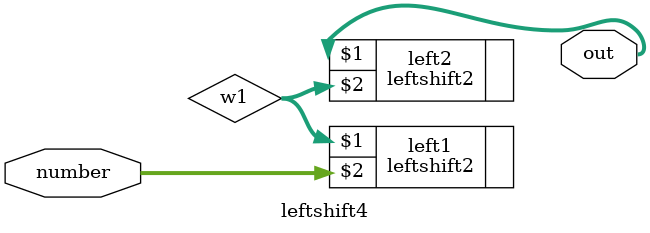
<source format=v>
module leftshift4(out, number);
    input [31:0] number;
    output [31:0] out;

    wire [31:0] w1;
    leftshift2 left1(w1, number);
    leftshift2 left2(out, w1);
endmodule
</source>
